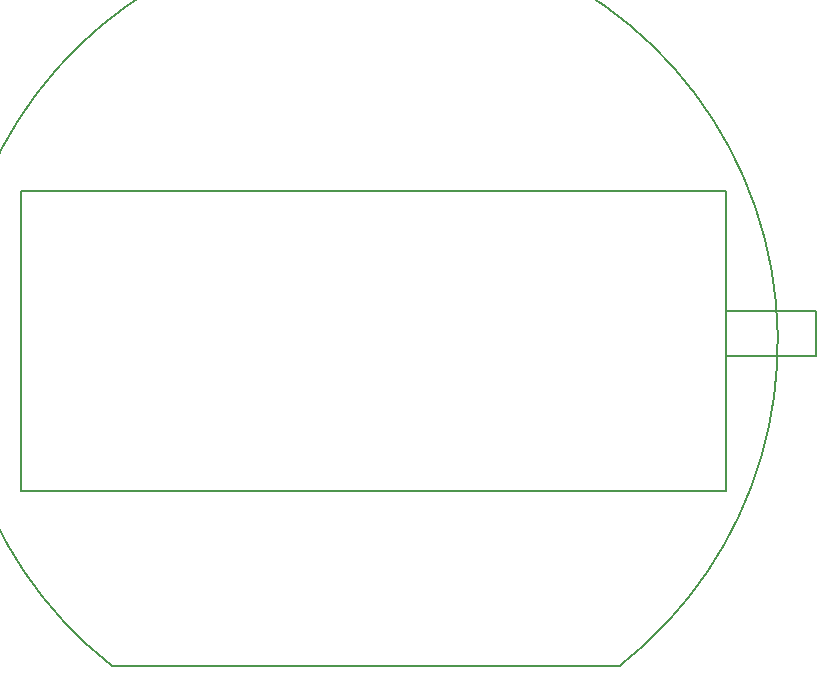
<source format=gbo>
G04 #@! TF.GenerationSoftware,KiCad,Pcbnew,7.0.7-7.0.7~ubuntu22.04.1*
G04 #@! TF.CreationDate,2023-10-29T13:36:20+01:00*
G04 #@! TF.ProjectId,vfd1,76666431-2e6b-4696-9361-645f70636258,rev?*
G04 #@! TF.SameCoordinates,Original*
G04 #@! TF.FileFunction,Legend,Bot*
G04 #@! TF.FilePolarity,Positive*
%FSLAX46Y46*%
G04 Gerber Fmt 4.6, Leading zero omitted, Abs format (unit mm)*
G04 Created by KiCad (PCBNEW 7.0.7-7.0.7~ubuntu22.04.1) date 2023-10-29 13:36:20*
%MOMM*%
%LPD*%
G01*
G04 APERTURE LIST*
%ADD10C,0.150000*%
%ADD11C,2.100000*%
%ADD12C,1.750000*%
%ADD13C,5.600000*%
%ADD14O,1.350000X1.700000*%
%ADD15O,1.100000X1.500000*%
%ADD16C,1.800000*%
G04 #@! TA.AperFunction,Profile*
%ADD17C,0.150000*%
G04 #@! TD*
G04 APERTURE END LIST*
D10*
X227100000Y-72270000D02*
X219480000Y-72270000D01*
X227100000Y-68460000D02*
X227100000Y-72270000D01*
X219480000Y-83700000D02*
X219480000Y-58300000D01*
X219480000Y-68460000D02*
X227100000Y-68460000D01*
X219480000Y-58300000D02*
X159790000Y-58300000D01*
X159790000Y-83700000D02*
X219480000Y-83700000D01*
X159790000Y-58300000D02*
X159790000Y-83700000D01*
%LPC*%
D11*
X197250000Y-93110000D03*
X190240000Y-93110000D03*
D12*
X196000000Y-95600000D03*
X191500000Y-95600000D03*
D13*
X164000000Y-52000000D03*
X214000000Y-90000000D03*
D11*
X176050000Y-93110000D03*
X169040000Y-93110000D03*
D12*
X174800000Y-95600000D03*
X170300000Y-95600000D03*
D14*
X202535000Y-97175000D03*
D15*
X202845000Y-94175000D03*
X207685000Y-94175000D03*
D14*
X207995000Y-97175000D03*
D11*
X186650000Y-93110000D03*
X179640000Y-93110000D03*
D12*
X185400000Y-95600000D03*
X180900000Y-95600000D03*
D13*
X214000000Y-52000000D03*
X164000000Y-90000000D03*
D16*
X207750000Y-85500000D03*
X205250000Y-85500000D03*
X202750000Y-85500000D03*
X200250000Y-85500000D03*
X197750000Y-85500000D03*
X195250000Y-85500000D03*
X192750000Y-85500000D03*
X190250000Y-85500000D03*
X187750000Y-85500000D03*
X185250000Y-85500000D03*
X182750000Y-85500000D03*
X180250000Y-85500000D03*
X177750000Y-85500000D03*
X175250000Y-85500000D03*
X172750000Y-85500000D03*
X170250000Y-85500000D03*
X170250000Y-56500000D03*
X175250000Y-56500000D03*
X182750000Y-56500000D03*
X187750000Y-56500000D03*
X195250000Y-56500000D03*
X202750000Y-56500000D03*
X207750000Y-56500000D03*
%LPD*%
D17*
X210502311Y-98461865D02*
G75*
G03*
X167509630Y-98471210I-21502311J27461865D01*
G01*
X210502311Y-98461866D02*
X167509629Y-98471211D01*
M02*

</source>
